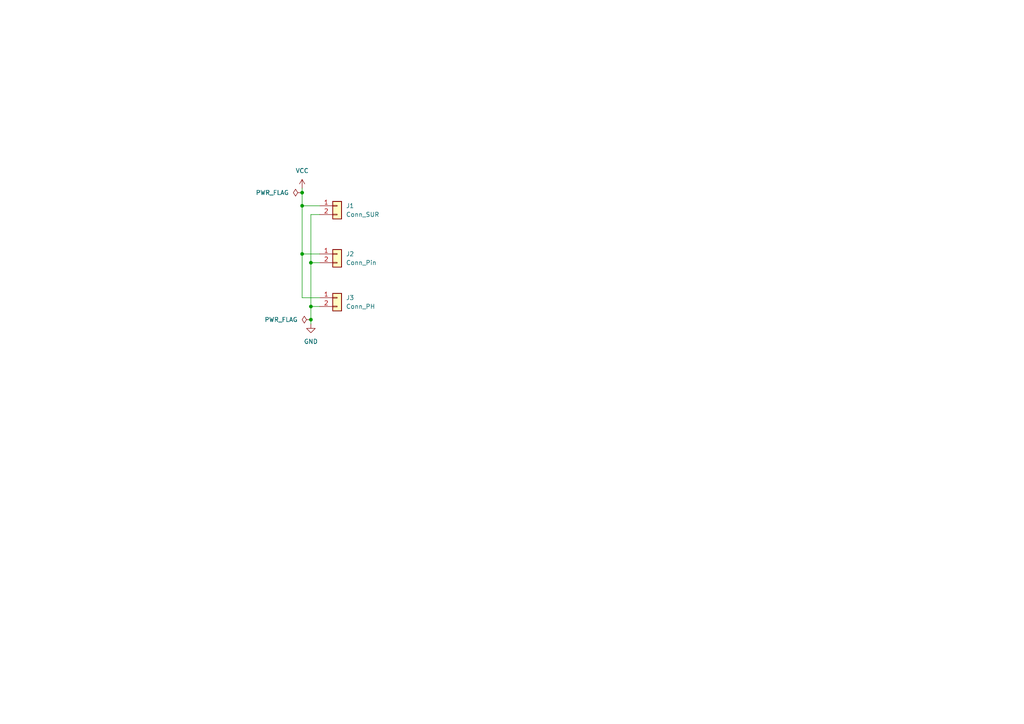
<source format=kicad_sch>
(kicad_sch (version 20230121) (generator eeschema)
  (paper "A4")
  (title_block (title "JST-SUR2 to Pin-Header/JST-PH2 Adapter") (date "2025-06-30") (rev "1.00") (company "Bernhard Bablok") (comment 1 "https://github.com/bablokb/pcb-sur2-adapter"))
  (lib_symbols
    (symbol "Connector_Generic:Conn_01x02" (pin_names (offset 1.016) hide)
      (property "Reference" "J" (at 0 2.54 0))
      (property "Value" "Conn_01x02" (at 0 -5.08 0))
      (symbol "Conn_01x02_1_1"
        (rectangle (start -1.27 -2.413) (end 0 -2.667) (stroke (width 0.1524)))
        (rectangle (start -1.27 0.127) (end 0 -0.127) (stroke (width 0.1524)))
        (rectangle (start -1.27 1.27) (end 1.27 -3.81) (stroke (width 0.254)) (fill (type background)))
        (pin passive line (at -5.08 0 0) (length 3.81) (name "Pin_1") (number "1"))
        (pin passive line (at -5.08 -2.54 0) (length 3.81) (name "Pin_2") (number "2"))
      )
    )
    (symbol "power:GND" (power) (pin_names (offset 0))
      (property "Value" "GND" (at 0 -3.81 0))
      (symbol "GND_0_1"
        (polyline (pts (xy 0 0) (xy 0 -1.27) (xy 1.27 -1.27) (xy 0 -2.54) (xy -1.27 -1.27) (xy 0 -1.27)))
      )
      (symbol "GND_1_1"
        (pin power_in line (at 0 0 270) (length 0) hide (name "GND") (number "1"))
      )
    )
    (symbol "power:PWR_FLAG" (power) (pin_numbers hide) (pin_names (offset 0) hide)
      (property "Value" "PWR_FLAG" (at 0 3.81 0))
      (symbol "PWR_FLAG_0_0"
        (pin power_out line (at 0 0 90) (length 0) (name "pwr") (number "1"))
      )
      (symbol "PWR_FLAG_0_1"
        (polyline (pts (xy 0 0) (xy 0 1.27) (xy -1.016 1.905) (xy 0 2.54) (xy 1.016 1.905) (xy 0 1.27)))
      )
    )
    (symbol "power:VCC" (power) (pin_names (offset 0))
      (property "Value" "VCC" (at 0 3.81 0))
      (symbol "VCC_0_1"
        (polyline (pts (xy -0.762 1.27) (xy 0 2.54)))
        (polyline (pts (xy 0 0) (xy 0 2.54)))
        (polyline (pts (xy 0 2.54) (xy 0.762 1.27)))
      )
      (symbol "VCC_1_1"
        (pin power_in line (at 0 0 90) (length 0) hide (name "VCC") (number "1"))
      )
    )
  )
  (junction (at 90.17 88.9))
  (junction (at 90.17 92.71))
  (junction (at 87.63 59.69))
  (junction (at 87.63 73.66))
  (junction (at 90.17 76.2))
  (junction (at 87.63 55.88))
  (wire (pts (xy 87.63 86.36) (xy 92.71 86.36)))
  (wire (pts (xy 92.71 62.23) (xy 90.17 62.23)))
  (wire (pts (xy 87.63 55.88) (xy 87.63 59.69)))
  (wire (pts (xy 87.63 73.66) (xy 87.63 86.36)))
  (wire (pts (xy 87.63 73.66) (xy 92.71 73.66)))
  (wire (pts (xy 90.17 76.2) (xy 90.17 88.9)))
  (wire (pts (xy 90.17 92.71) (xy 90.17 88.9)))
  (wire (pts (xy 92.71 59.69) (xy 87.63 59.69)))
  (wire (pts (xy 87.63 59.69) (xy 87.63 73.66)))
  (wire (pts (xy 90.17 76.2) (xy 92.71 76.2)))
  (wire (pts (xy 90.17 62.23) (xy 90.17 76.2)))
  (wire (pts (xy 87.63 54.61) (xy 87.63 55.88)))
  (wire (pts (xy 90.17 93.98) (xy 90.17 92.71)))
  (wire (pts (xy 90.17 88.9) (xy 92.71 88.9)))
  (symbol (lib_id "Connector_Generic:Conn_01x02") (at 97.79 59.69 0) (unit 1)
    (property "Reference" "J1" (at 100.33 59.69 0) (effects (justify left)))
    (property "Value" "Conn_SUR" (at 100.33 62.23 0) (effects (justify left)))
    (property "Footprint" "Connector_JST:JST_SUR_BM02B-SURS-TF_1x02-1MP_P0.80mm_Vertical" (effects hide))
  )
  (symbol (lib_id "power:PWR_FLAG") (at 87.63 55.88 90) (unit 1)
    (property "Reference" "#FLG01" (effects hide))
    (property "Value" "PWR_FLAG" (at 83.82 55.88 90) (effects (justify left)))
  )
  (symbol (lib_id "power:VCC") (at 87.63 54.61 0) (unit 1)
    (property "Reference" "#PWR02" (effects hide))
    (property "Value" "VCC" (at 87.63 49.53 0))
  )
  (symbol (lib_id "power:PWR_FLAG") (at 90.17 92.71 90) (unit 1)
    (property "Reference" "#FLG02" (effects hide))
    (property "Value" "PWR_FLAG" (at 86.36 92.71 90) (effects (justify left)))
  )
  (symbol (lib_id "Connector_Generic:Conn_01x02") (at 97.79 73.66 0) (unit 1)
    (property "Reference" "J2" (at 100.33 73.66 0) (effects (justify left)))
    (property "Value" "Conn_Pin" (at 100.33 76.2 0) (effects (justify left)))
    (property "Footprint" "Connector_PinHeader_2.54mm:PinHeader_1x02_P2.54mm_Vertical" (effects hide))
  )
  (symbol (lib_id "Connector_Generic:Conn_01x02") (at 97.79 86.36 0) (unit 1)
    (property "Reference" "J3" (at 100.33 86.36 0) (effects (justify left)))
    (property "Value" "Conn_PH" (at 100.33 88.9 0) (effects (justify left)))
    (property "Footprint" "user:JST_PH_S2B-PH-SM4-TB_1x02-1MP_P2.00mm_Horizontal" (effects hide))
  )
  (symbol (lib_id "power:GND") (at 90.17 93.98 0) (unit 1)
    (property "Reference" "#PWR01" (effects hide))
    (property "Value" "GND" (at 90.17 99.06 0))
  )
)
</source>
